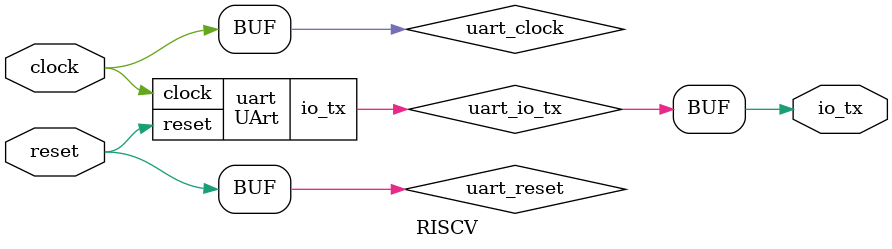
<source format=v>
module Tx(
  input   clock,
  input   reset,
  output  io_txd // @[src/main/scala/chisel/lib/uart/Uart.scala 23:14]
);
`ifdef RANDOMIZE_REG_INIT
  reg [31:0] _RAND_0;
  reg [31:0] _RAND_1;
  reg [31:0] _RAND_2;
`endif // RANDOMIZE_REG_INIT
  reg [10:0] shiftReg; // @[src/main/scala/chisel/lib/uart/Uart.scala 30:25]
  reg [19:0] cntReg; // @[src/main/scala/chisel/lib/uart/Uart.scala 31:23]
  reg [3:0] bitsReg; // @[src/main/scala/chisel/lib/uart/Uart.scala 32:24]
  wire  _io_channel_ready_T = cntReg == 20'h0; // @[src/main/scala/chisel/lib/uart/Uart.scala 34:31]
  wire [9:0] shift = shiftReg[10:1]; // @[src/main/scala/chisel/lib/uart/Uart.scala 41:28]
  wire [10:0] _shiftReg_T_1 = {1'h1,shift}; // @[src/main/scala/chisel/lib/uart/Uart.scala 42:22]
  wire [3:0] _bitsReg_T_1 = bitsReg - 4'h1; // @[src/main/scala/chisel/lib/uart/Uart.scala 43:26]
  wire [19:0] _cntReg_T_1 = cntReg - 20'h1; // @[src/main/scala/chisel/lib/uart/Uart.scala 54:22]
  assign io_txd = shiftReg[0]; // @[src/main/scala/chisel/lib/uart/Uart.scala 35:21]
  always @(posedge clock) begin
    if (reset) begin // @[src/main/scala/chisel/lib/uart/Uart.scala 30:25]
      shiftReg <= 11'h7ff; // @[src/main/scala/chisel/lib/uart/Uart.scala 30:25]
    end else if (_io_channel_ready_T) begin // @[src/main/scala/chisel/lib/uart/Uart.scala 37:24]
      if (bitsReg != 4'h0) begin // @[src/main/scala/chisel/lib/uart/Uart.scala 40:27]
        shiftReg <= _shiftReg_T_1; // @[src/main/scala/chisel/lib/uart/Uart.scala 42:16]
      end else begin
        shiftReg <= 11'h7ff;
      end
    end
    if (reset) begin // @[src/main/scala/chisel/lib/uart/Uart.scala 31:23]
      cntReg <= 20'h0; // @[src/main/scala/chisel/lib/uart/Uart.scala 31:23]
    end else if (_io_channel_ready_T) begin // @[src/main/scala/chisel/lib/uart/Uart.scala 37:24]
      cntReg <= 20'h363; // @[src/main/scala/chisel/lib/uart/Uart.scala 39:12]
    end else begin
      cntReg <= _cntReg_T_1; // @[src/main/scala/chisel/lib/uart/Uart.scala 54:12]
    end
    if (reset) begin // @[src/main/scala/chisel/lib/uart/Uart.scala 32:24]
      bitsReg <= 4'h0; // @[src/main/scala/chisel/lib/uart/Uart.scala 32:24]
    end else if (_io_channel_ready_T) begin // @[src/main/scala/chisel/lib/uart/Uart.scala 37:24]
      if (bitsReg != 4'h0) begin // @[src/main/scala/chisel/lib/uart/Uart.scala 40:27]
        bitsReg <= _bitsReg_T_1; // @[src/main/scala/chisel/lib/uart/Uart.scala 43:15]
      end
    end
  end
// Register and memory initialization
`ifdef RANDOMIZE_GARBAGE_ASSIGN
`define RANDOMIZE
`endif
`ifdef RANDOMIZE_INVALID_ASSIGN
`define RANDOMIZE
`endif
`ifdef RANDOMIZE_REG_INIT
`define RANDOMIZE
`endif
`ifdef RANDOMIZE_MEM_INIT
`define RANDOMIZE
`endif
`ifndef RANDOM
`define RANDOM $random
`endif
`ifdef RANDOMIZE_MEM_INIT
  integer initvar;
`endif
`ifndef SYNTHESIS
`ifdef FIRRTL_BEFORE_INITIAL
`FIRRTL_BEFORE_INITIAL
`endif
initial begin
  `ifdef RANDOMIZE
    `ifdef INIT_RANDOM
      `INIT_RANDOM
    `endif
    `ifndef VERILATOR
      `ifdef RANDOMIZE_DELAY
        #`RANDOMIZE_DELAY begin end
      `else
        #0.002 begin end
      `endif
    `endif
`ifdef RANDOMIZE_REG_INIT
  _RAND_0 = {1{`RANDOM}};
  shiftReg = _RAND_0[10:0];
  _RAND_1 = {1{`RANDOM}};
  cntReg = _RAND_1[19:0];
  _RAND_2 = {1{`RANDOM}};
  bitsReg = _RAND_2[3:0];
`endif // RANDOMIZE_REG_INIT
  `endif // RANDOMIZE
end // initial
`ifdef FIRRTL_AFTER_INITIAL
`FIRRTL_AFTER_INITIAL
`endif
`endif // SYNTHESIS
endmodule
module BufferedTx(
  input   clock,
  input   reset,
  output  io_txd // @[src/main/scala/chisel/lib/uart/Uart.scala 140:14]
);
  wire  tx_clock; // @[src/main/scala/chisel/lib/uart/Uart.scala 144:18]
  wire  tx_reset; // @[src/main/scala/chisel/lib/uart/Uart.scala 144:18]
  wire  tx_io_txd; // @[src/main/scala/chisel/lib/uart/Uart.scala 144:18]
  Tx tx ( // @[src/main/scala/chisel/lib/uart/Uart.scala 144:18]
    .clock(tx_clock),
    .reset(tx_reset),
    .io_txd(tx_io_txd)
  );
  assign io_txd = tx_io_txd; // @[src/main/scala/chisel/lib/uart/Uart.scala 149:10]
  assign tx_clock = clock;
  assign tx_reset = reset;
endmodule
module UArt(
  input   clock,
  input   reset,
  output  io_tx // @[\\src\\main\\scala\\UArt.scala 6:14]
);
  wire  uart_clock; // @[\\src\\main\\scala\\UArt.scala 13:20]
  wire  uart_reset; // @[\\src\\main\\scala\\UArt.scala 13:20]
  wire  uart_io_txd; // @[\\src\\main\\scala\\UArt.scala 13:20]
  BufferedTx uart ( // @[\\src\\main\\scala\\UArt.scala 13:20]
    .clock(uart_clock),
    .reset(uart_reset),
    .io_txd(uart_io_txd)
  );
  assign io_tx = uart_io_txd; // @[\\src\\main\\scala\\UArt.scala 14:9]
  assign uart_clock = clock;
  assign uart_reset = reset;
endmodule
module RISCV(
  input   clock,
  input   reset,
  output  io_tx // @[\\src\\main\\scala\\main.scala 6:14]
);
  wire  uart_clock; // @[\\src\\main\\scala\\main.scala 10:20]
  wire  uart_reset; // @[\\src\\main\\scala\\main.scala 10:20]
  wire  uart_io_tx; // @[\\src\\main\\scala\\main.scala 10:20]
  UArt uart ( // @[\\src\\main\\scala\\main.scala 10:20]
    .clock(uart_clock),
    .reset(uart_reset),
    .io_tx(uart_io_tx)
  );
  assign io_tx = uart_io_tx; // @[\\src\\main\\scala\\main.scala 16:9]
  assign uart_clock = clock;
  assign uart_reset = reset;
endmodule

</source>
